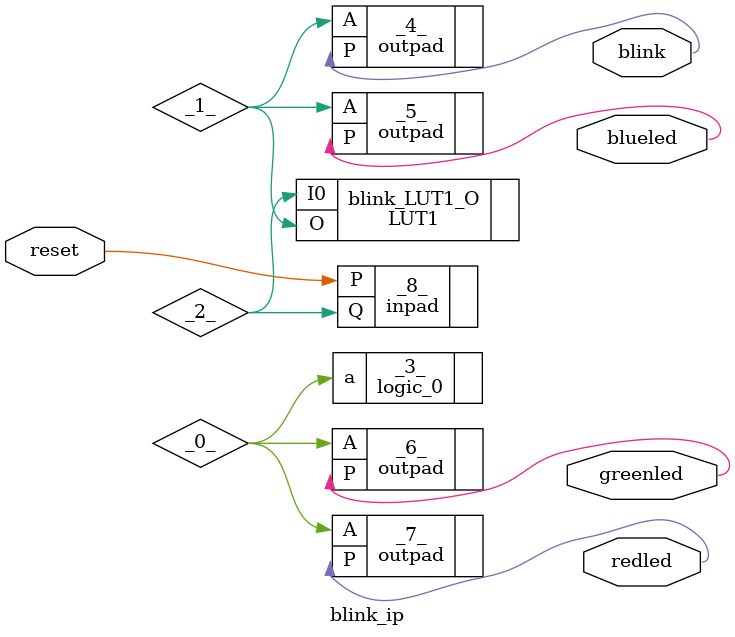
<source format=v>
/* Generated by Yosys 0.9+2406 (git sha1 492e2b1, gcc 10.2.1-6 -fPIC -Os) */

(* top =  1  *)
(* src = "/root/iith-fwc-2022-23/fwc_fpga/./input/blink_ip.v:7.1-23.10" *)
module blink_ip(reset, blink, redled, blueled, greenled);
  wire _0_;
  wire _1_;
  wire _2_;
  (* src = "/root/iith-fwc-2022-23/fwc_fpga/./input/blink_ip.v:10.24-10.29" *)
  output blink;
  (* src = "/root/iith-fwc-2022-23/fwc_fpga/./input/blink_ip.v:12.24-12.31" *)
  output blueled;
  (* src = "/root/iith-fwc-2022-23/fwc_fpga/./input/blink_ip.v:13.24-13.32" *)
  output greenled;
  (* src = "/root/iith-fwc-2022-23/fwc_fpga/./input/blink_ip.v:11.24-11.30" *)
  output redled;
  (* src = "/root/iith-fwc-2022-23/fwc_fpga/./input/blink_ip.v:9.23-9.28" *)
  input reset;
  logic_0 _3_ (
    .a(_0_)
  );
  (* keep = 32'd1 *)
  outpad #(
    .IO_LOC("X26Y3"),
    .IO_PAD("57"),
    .IO_TYPE("BIDIR")
  ) _4_ (
    .A(_1_),
    .P(blink)
  );
  (* keep = 32'd1 *)
  outpad #(
    .IO_LOC("X30Y32"),
    .IO_PAD("38"),
    .IO_TYPE("BIDIR")
  ) _5_ (
    .A(_1_),
    .P(blueled)
  );
  (* keep = 32'd1 *)
  outpad #(
    .IO_LOC("X24Y32"),
    .IO_PAD("39"),
    .IO_TYPE("BIDIR")
  ) _6_ (
    .A(_0_),
    .P(greenled)
  );
  (* keep = 32'd1 *)
  outpad #(
    .IO_LOC("X22Y32"),
    .IO_PAD("34"),
    .IO_TYPE("BIDIR")
  ) _7_ (
    .A(_0_),
    .P(redled)
  );
  (* keep = 32'd1 *)
  inpad #(
    .IO_LOC("X10Y32"),
    .IO_PAD("27"),
    .IO_TYPE("BIDIR")
  ) _8_ (
    .P(reset),
    .Q(_2_)
  );
  (* module_not_derived = 32'd1 *)
  (* src = "/data/data/com.termux/files/home/symbiflow/bin/../share/yosys/quicklogic/pp3_lut_map.v:28.63-28.99" *)
  LUT1 #(
    .EQN("(I0)"),
    .INIT(1'h1)
  ) blink_LUT1_O (
    .I0(_2_),
    .O(_1_)
  );
endmodule

</source>
